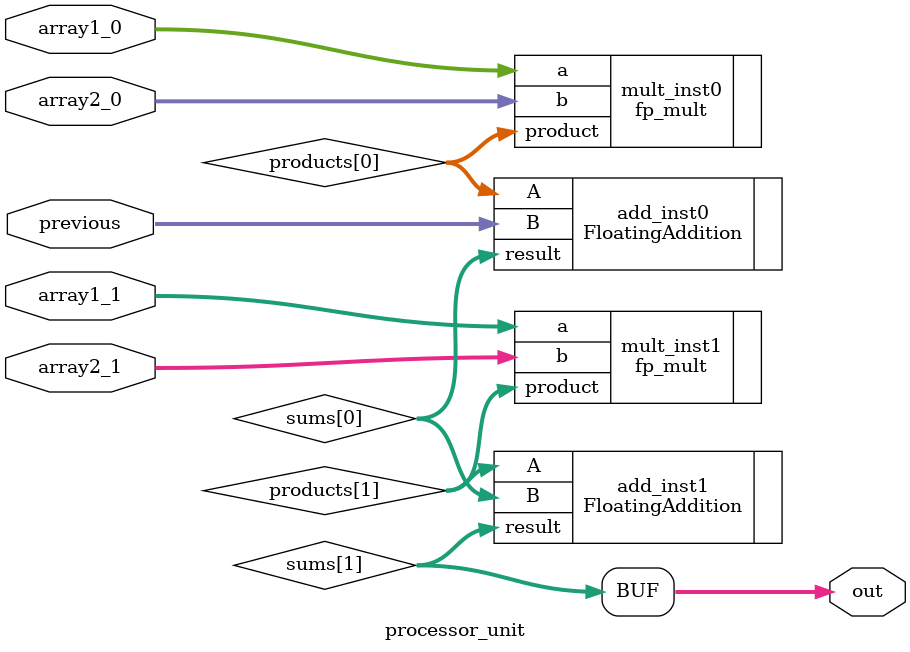
<source format=v>
`timescale 1ps/1ps

module processor_unit (
    input wire [31:0] previous,
    input wire [31:0] array1_0,
    input wire [31:0] array1_1,
    input wire [31:0] array2_0,
    input wire [31:0] array2_1,
    output reg [31:0] out
);

    wire [31:0] products [0:1];
    wire [31:0] sums [0:1];
    // Instantiate multipliers
    fp_mult mult_inst0 (
        .a(array1_0),
        .b(array2_0),
        .product(products[0])
    );

    fp_mult mult_inst1 (
        .a(array1_1),
        .b(array2_1),
        .product(products[1])
    );

    // Instantiate adders
    FloatingAddition add_inst0 (
        .A(products[0]),
        .B(previous),
        .result(sums[0])
    );

    FloatingAddition add_inst1 (
        .A(products[1]),
        .B(sums[0]),
        .result(sums[1])
    );

    always @(*) begin
        out = sums[1];
    end

endmodule



</source>
